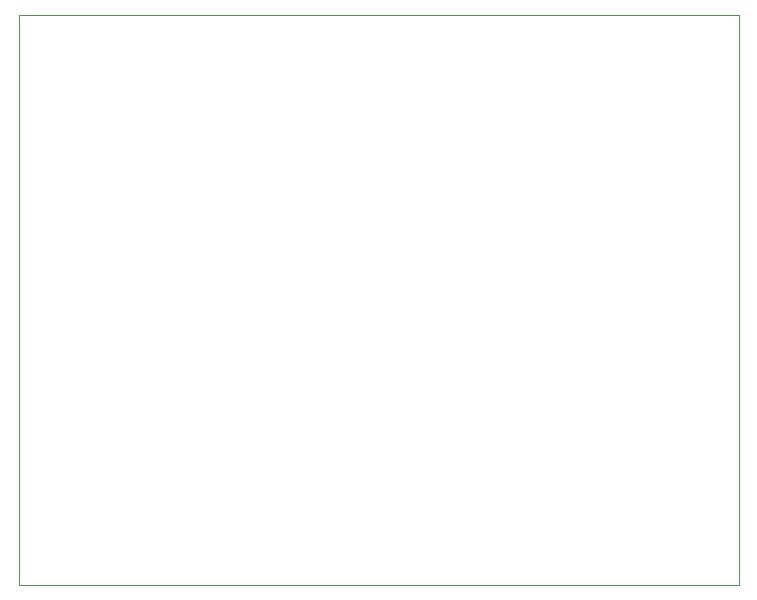
<source format=gbr>
%TF.GenerationSoftware,KiCad,Pcbnew,(6.0.10-0)*%
%TF.CreationDate,2023-02-17T09:30:27-08:00*%
%TF.ProjectId,Exercise 2,45786572-6369-4736-9520-322e6b696361,rev?*%
%TF.SameCoordinates,Original*%
%TF.FileFunction,Profile,NP*%
%FSLAX46Y46*%
G04 Gerber Fmt 4.6, Leading zero omitted, Abs format (unit mm)*
G04 Created by KiCad (PCBNEW (6.0.10-0)) date 2023-02-17 09:30:27*
%MOMM*%
%LPD*%
G01*
G04 APERTURE LIST*
%TA.AperFunction,Profile*%
%ADD10C,0.100000*%
%TD*%
G04 APERTURE END LIST*
D10*
X127000000Y-35560000D02*
X187960000Y-35560000D01*
X187960000Y-35560000D02*
X187960000Y-83820000D01*
X187960000Y-83820000D02*
X127000000Y-83820000D01*
X127000000Y-83820000D02*
X127000000Y-35560000D01*
M02*

</source>
